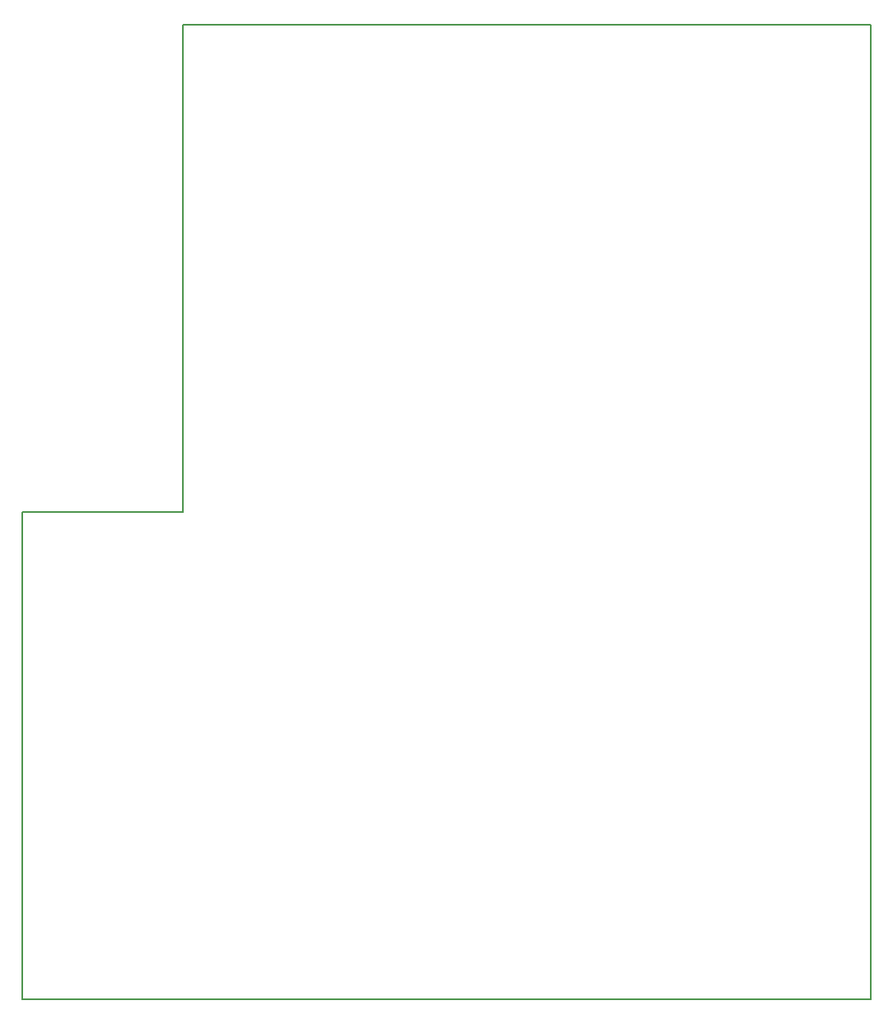
<source format=gko>
G04 #@! TF.FileFunction,Profile,NP*
%FSLAX46Y46*%
G04 Gerber Fmt 4.6, Leading zero omitted, Abs format (unit mm)*
G04 Created by KiCad (PCBNEW 4.0.5+dfsg1-4) date Fri Sep 22 17:31:14 2017*
%MOMM*%
%LPD*%
G01*
G04 APERTURE LIST*
%ADD10C,0.100000*%
%ADD11C,0.150000*%
G04 APERTURE END LIST*
D10*
D11*
X56500000Y-26500000D02*
X127250000Y-26500000D01*
X56500000Y-76500000D02*
X56500000Y-26500000D01*
X40000000Y-76500000D02*
X56500000Y-76500000D01*
X40000000Y-126500000D02*
X40000000Y-76500000D01*
X127250000Y-126500000D02*
X40000000Y-126500000D01*
X127250000Y-126500000D02*
X127250000Y-26500000D01*
M02*

</source>
